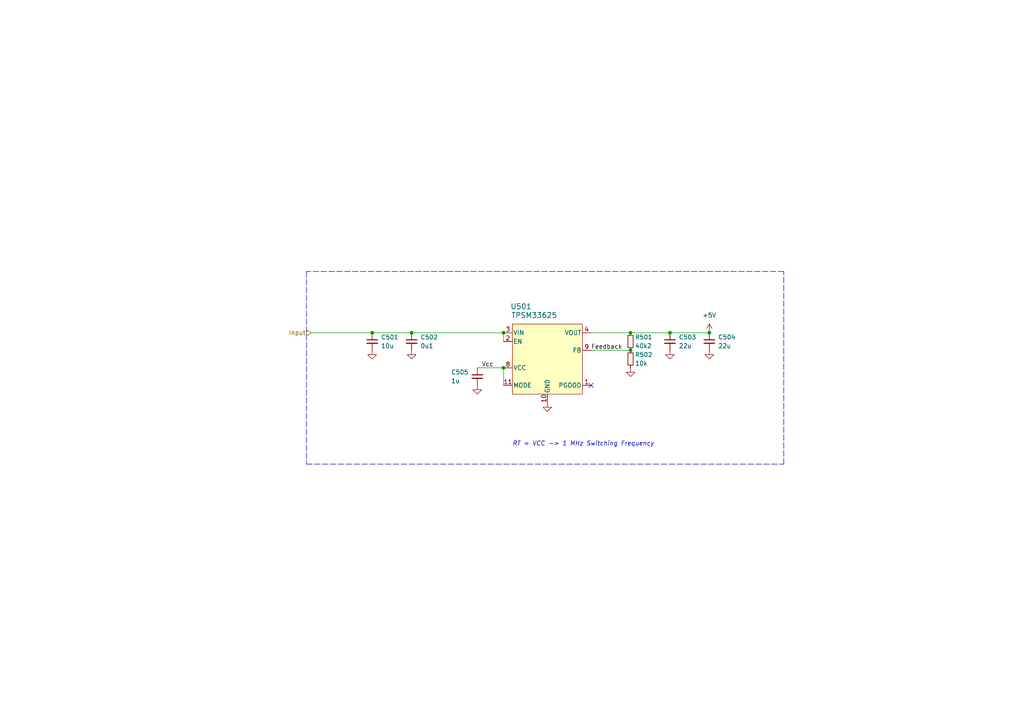
<source format=kicad_sch>
(kicad_sch (version 20250114) (generator "eeschema") (generator_version "9.0")
  (paper "A4")
  (title_block (title "Power Supply") (date "2026-02-11") (rev "2026-02-11") (company "+5V"))
  (lib_symbols
    (symbol "V2_Converter_DCDC:TPSM33625RDNR" (pin_names (offset 0.254))
      (property "Reference" "U" (at -11.43 15.24 0))
      (property "Value" "TPSM33625" (at -11.43 12.7 0))
      (symbol "TPSM33625RDNR_0_1"
        (rectangle (start -10.16 10.16) (end 10.16 -10.16) (fill (type background)))
      )
      (symbol "TPSM33625RDNR_1_1"
        (pin power_in line (at -12.7 7.62 0) (length 2.54) (name "VIN") (number "3"))
        (pin input line (at -12.7 5.08 0) (length 2.54) (name "EN") (number "2"))
        (pin output line (at -12.7 -2.54 0) (length 2.54) (name "VCC") (number "8"))
        (pin input line (at -12.7 -7.62 0) (length 2.54) (name "MODE") (number "11"))
        (pin power_in line (at 0 -12.7 90) (length 2.54) (name "GND") (number "10"))
        (pin no_connect line (at 0 -27.94 180) (length 2.54) (hide yes) (name "BOOT") (number "7"))
        (pin no_connect line (at 0 -30.48 180) (length 2.54) (hide yes) (name "SW") (number "5"))
        (pin no_connect line (at 0 -33.02 180) (length 2.54) (hide yes) (name "SW") (number "6"))
        (pin power_out line (at 12.7 7.62 180) (length 2.54) (name "VOUT") (number "4"))
        (pin input line (at 12.7 2.54 180) (length 2.54) (name "FB") (number "9"))
        (pin output line (at 12.7 -7.62 180) (length 2.54) (name "PGOOD") (number "1"))
      )
    )
    (symbol "V2_Device:C_0603_0u1" (pin_numbers (hide yes)) (pin_names (offset 0.254) (hide yes))
      (property "Reference" "C" (at 1.778 1.524 0))
      (property "Value" "0u1" (at 1.778 -2.032 0))
      (symbol "C_0603_0u1_0_1"
        (polyline (pts (xy -1.524 0.508) (xy 1.524 0.508)) (stroke (width 0.3048)))
        (polyline (pts (xy -1.524 -0.508) (xy 1.524 -0.508)) (stroke (width 0.3302)))
      )
      (symbol "C_0603_0u1_1_1"
        (pin passive line (at 0 2.54 270) (length 2.032) (name "~") (number "1"))
        (pin passive line (at 0 -2.54 90) (length 2.032) (name "~") (number "2"))
      )
    )
    (symbol "V2_Device:C_0603_1u" (pin_numbers (hide yes)) (pin_names (offset 0.254) (hide yes))
      (property "Reference" "C" (at 1.524 1.778 0))
      (property "Value" "1u" (at 1.524 -2.032 0))
      (symbol "C_0603_1u_0_1"
        (polyline (pts (xy -1.524 0.508) (xy 1.524 0.508)) (stroke (width 0.3048)))
        (polyline (pts (xy -1.524 -0.508) (xy 1.524 -0.508)) (stroke (width 0.3302)))
      )
      (symbol "C_0603_1u_1_1"
        (pin passive line (at 0 2.54 270) (length 2.032) (name "~") (number "1"))
        (pin passive line (at 0 -2.54 90) (length 2.032) (name "~") (number "2"))
      )
    )
    (symbol "V2_Device:C_1210_10u" (pin_numbers (hide yes)) (pin_names (offset 0.254) (hide yes))
      (property "Reference" "C" (at 1.524 1.778 0))
      (property "Value" "10u" (at 1.524 -2.032 0))
      (symbol "C_1210_10u_0_1"
        (polyline (pts (xy -1.524 0.508) (xy 1.524 0.508)) (stroke (width 0.3048)))
        (polyline (pts (xy -1.524 -0.508) (xy 1.524 -0.508)) (stroke (width 0.3302)))
      )
      (symbol "C_1210_10u_1_1"
        (pin passive line (at 0 2.54 270) (length 2.032) (name "~") (number "1"))
        (pin passive line (at 0 -2.54 90) (length 2.032) (name "~") (number "2"))
      )
    )
    (symbol "V2_Device:C_1210_22u" (pin_numbers (hide yes)) (pin_names (offset 0.254) (hide yes))
      (property "Reference" "C" (at 1.524 1.778 0))
      (property "Value" "22u" (at 1.524 -2.032 0))
      (symbol "C_1210_22u_0_1"
        (polyline (pts (xy -1.524 0.508) (xy 1.524 0.508)) (stroke (width 0.3048)))
        (polyline (pts (xy -1.524 -0.508) (xy 1.524 -0.508)) (stroke (width 0.3302)))
      )
      (symbol "C_1210_22u_1_1"
        (pin passive line (at 0 2.54 270) (length 2.032) (name "~") (number "1"))
        (pin passive line (at 0 -2.54 90) (length 2.032) (name "~") (number "2"))
      )
    )
    (symbol "V2_Device:R_0603_10k" (pin_numbers (hide yes)) (pin_names (offset 0.254) (hide yes))
      (property "Reference" "R" (at 2.032 1.27 0))
      (property "Value" "10k" (at 3.302 -1.27 0))
      (symbol "R_0603_10k_0_1"
        (rectangle (start -0.762 1.778) (end 0.762 -1.778) (stroke (width 0.2032)))
      )
      (symbol "R_0603_10k_1_1"
        (pin passive line (at 0 2.54 270) (length 0.762) (name "~") (number "1"))
        (pin passive line (at 0 -2.54 90) (length 0.762) (name "~") (number "2"))
      )
    )
    (symbol "V2_Device:R_0603_40k2" (pin_numbers (hide yes)) (pin_names (offset 0.254) (hide yes))
      (property "Reference" "R" (at 2.032 1.27 0))
      (property "Value" "40k2" (at 3.81 -1.27 0))
      (symbol "R_0603_40k2_0_1"
        (rectangle (start -0.762 1.778) (end 0.762 -1.778) (stroke (width 0.2032)))
      )
      (symbol "R_0603_40k2_1_1"
        (pin passive line (at 0 2.54 270) (length 0.762) (name "~") (number "1"))
        (pin passive line (at 0 -2.54 90) (length 0.762) (name "~") (number "2"))
      )
    )
    (symbol "V2_power:+5V" (power) (pin_numbers (hide yes)) (pin_names (offset 0) (hide yes))
      (property "Value" "+5V" (at 0 5.08 0))
      (symbol "+5V_0_1"
        (polyline (pts (xy -0.762 1.27) (xy 0 2.54)))
        (polyline (pts (xy 0 2.54) (xy 0.762 1.27)))
        (polyline (pts (xy 0 0) (xy 0 2.54)))
      )
      (symbol "+5V_1_1"
        (pin power_in line (at 0 0 90) (length 0) (name "~") (number "1"))
      )
    )
    (symbol "V2_power:GND" (power) (pin_numbers (hide yes)) (pin_names (offset 0) (hide yes))
      (symbol "GND_0_1"
        (polyline (pts (xy 0 0) (xy 0 -1.27) (xy 1.27 -1.27) (xy 0 -2.54) (xy -1.27 -1.27) (xy 0 -1.27)))
      )
      (symbol "GND_1_1"
        (pin power_in line (at 0 0 270) (length 0) (name "~") (number "1"))
      )
    )
  )
  (text "RT = VCC -> 1 MHz Switching Frequency" (at 148.59 129.54 0) (effects (font (size 1.27 1.27) (italic yes)) (justify left bottom)))
  (junction (at 119.38 96.52))
  (junction (at 182.88 101.6))
  (junction (at 194.31 96.52))
  (junction (at 146.05 96.52))
  (junction (at 205.74 96.52))
  (junction (at 146.05 106.68))
  (junction (at 182.88 96.52))
  (junction (at 107.95 96.52))
  (no_connect (at 171.45 111.76))
  (polyline (pts (xy 88.9 134.62) (xy 227.33 134.62)) (stroke (width 0) (type dash)))
  (wire (pts (xy 182.88 96.52) (xy 194.31 96.52)))
  (wire (pts (xy 90.17 96.52) (xy 107.95 96.52)))
  (polyline (pts (xy 227.33 134.62) (xy 227.33 78.74)) (stroke (width 0) (type dash)))
  (polyline (pts (xy 88.9 78.74) (xy 88.9 134.62)) (stroke (width 0) (type dash)))
  (wire (pts (xy 146.05 106.68) (xy 146.05 111.76)))
  (wire (pts (xy 138.43 106.68) (xy 146.05 106.68)))
  (wire (pts (xy 119.38 96.52) (xy 146.05 96.52)))
  (polyline (pts (xy 227.33 78.74) (xy 88.9 78.74)) (stroke (width 0) (type dash)))
  (wire (pts (xy 107.95 96.52) (xy 119.38 96.52)))
  (wire (pts (xy 171.45 101.6) (xy 182.88 101.6)))
  (wire (pts (xy 194.31 96.52) (xy 205.74 96.52)))
  (wire (pts (xy 171.45 96.52) (xy 182.88 96.52)))
  (wire (pts (xy 146.05 96.52) (xy 146.05 99.06)))
  (label "Feedback" (at 171.45 101.6 0))
  (label "Vcc" (at 139.7 106.68 0))
  (hierarchical_label "Input" (shape input) (at 90.17 96.52 180))
  (symbol (lib_id "V2_power:GND") (at 194.31 101.6 0) (unit 1)
    (property "Reference" "#PWR0504" (effects (hide yes)))
    (property "Value" "GND" (effects (hide yes)))
  )
  (symbol (lib_id "V2_power:GND") (at 138.43 111.76 0) (unit 1)
    (property "Reference" "#PWR0507" (effects (hide yes)))
    (property "Value" "GND" (effects (hide yes)))
  )
  (symbol (lib_id "V2_Device:R_0603_10k") (at 182.88 104.14 0) (unit 1)
    (property "Reference" "R502" (at 184.15 102.87 0) (effects (justify left)))
    (property "Value" "10k" (at 184.15 105.41 0) (effects (justify left)))
    (property "Footprint" "V2_Resistor_SMD:R_0603" (effects (hide yes)))
    (property "Description" "Resistor, small symbol" (effects (hide yes)))
    (property "Mouser" "71-CRCW060310K0FKEAC" (effects (hide yes)))
    (property "Product" "CRCW060310K0FKEAC" (effects (hide yes)))
    (property "Manufacturer" "Vishay" (effects (hide yes)))
    (property "Rating" "100mW" (effects (hide yes)))
  )
  (symbol (lib_id "V2_Converter_DCDC:TPSM33625RDNR") (at 158.75 104.14 0) (unit 1)
    (property "Reference" "U501" (at 151.13 88.9 0) (effects (font (size 1.524 1.524))))
    (property "Value" "TPSM33625" (at 154.94 91.44 0) (effects (font (size 1.524 1.524))))
    (property "Footprint" "V2_Converter_DCDC:QFN-11" (effects (hide yes)))
    (property "Mouser" "595-TPSM33625RDNR" (effects (hide yes)))
    (property "Manufacturer" "Texas Instruments" (effects (hide yes)))
    (property "Product" "TPSM33625RDNR" (effects (hide yes)))
    (property "Rating" "2.5A" (effects (hide yes)))
  )
  (symbol (lib_id "V2_Device:R_0603_40k2") (at 182.88 99.06 0) (unit 1)
    (property "Reference" "R501" (at 184.15 97.79 0) (effects (justify left)))
    (property "Value" "40k2" (at 184.15 100.33 0) (effects (justify left)))
    (property "Footprint" "V2_Resistor_SMD:R_0603" (effects (hide yes)))
    (property "Description" "Resistor, small symbol" (effects (hide yes)))
    (property "Mouser" "71-RCS060340K2FKEA" (effects (hide yes)))
    (property "Rating" "500mW" (effects (hide yes)))
    (property "Manufacturer" "Vishay" (effects (hide yes)))
    (property "Product" "RCS060340K2FKEA" (effects (hide yes)))
  )
  (symbol (lib_id "V2_power:GND") (at 182.88 106.68 0) (unit 1)
    (property "Reference" "#PWR0506" (effects (hide yes)))
    (property "Value" "GND" (effects (hide yes)))
  )
  (symbol (lib_id "V2_power:GND") (at 119.38 101.6 0) (unit 1)
    (property "Reference" "#PWR0503" (effects (hide yes)))
    (property "Value" "GND" (effects (hide yes)))
  )
  (symbol (lib_id "V2_Device:C_1210_10u") (at 107.95 99.06 0) (unit 1)
    (property "Reference" "C501" (at 110.49 97.79 0) (effects (justify left)))
    (property "Value" "10u" (at 110.49 100.33 0) (effects (justify left)))
    (property "Footprint" "V2_Capacitor_SMD:C_1210" (effects (hide yes)))
    (property "Description" "Unpolarized capacitor, small symbol" (effects (hide yes)))
    (property "Mouser" "810-CNA6P1X7R1H106K2" (effects (hide yes)))
    (property "Rating" "50V" (effects (hide yes)))
    (property "Product" "CNA6P1X7R1H106K250AE" (effects (hide yes)))
    (property "Manufacturer" "TDK" (effects (hide yes)))
  )
  (symbol (lib_id "V2_Device:C_0603_1u") (at 138.43 109.22 0) (unit 1)
    (property "Reference" "C505" (at 130.81 107.95 0) (effects (justify left)))
    (property "Value" "1u" (at 130.81 110.49 0) (effects (justify left)))
    (property "Footprint" "V2_Capacitor_SMD:C_0603" (effects (hide yes)))
    (property "Description" "Unpolarized capacitor, small symbol" (effects (hide yes)))
    (property "Mouser" "810-CGA3E3X7R1H105K0" (effects (hide yes)))
    (property "Product" "CGA3E3X7R1H105K080AB" (effects (hide yes)))
    (property "Manufacturer" "TDK" (effects (hide yes)))
    (property "Rating" "50V" (effects (hide yes)))
  )
  (symbol (lib_id "V2_Device:C_1210_22u") (at 194.31 99.06 0) (unit 1)
    (property "Reference" "C503" (at 196.85 97.79 0) (effects (justify left)))
    (property "Value" "22u" (at 196.85 100.33 0) (effects (justify left)))
    (property "Footprint" "V2_Capacitor_SMD:C_1210" (effects (hide yes)))
    (property "Description" "Unpolarized capacitor, small symbol" (effects (hide yes)))
    (property "Mouser" "810-CGA6P3X7R1E226M5" (effects (hide yes)))
    (property "Rating" "25V" (effects (hide yes)))
    (property "Product" "CGA6P3X7R1E226M250AE" (effects (hide yes)))
    (property "Manufacturer" "TDK" (effects (hide yes)))
  )
  (symbol (lib_id "V2_Device:C_0603_0u1") (at 119.38 99.06 0) (unit 1)
    (property "Reference" "C502" (at 121.92 97.79 0) (effects (justify left)))
    (property "Value" "0u1" (at 121.92 100.33 0) (effects (justify left)))
    (property "Footprint" "V2_Capacitor_SMD:C_0603" (effects (hide yes)))
    (property "Description" "Unpolarized capacitor, small symbol" (effects (hide yes)))
    (property "Mouser" "810-CGA3E2X7R1H104MA" (effects (hide yes)))
    (property "Manufacturer" "TDK" (effects (hide yes)))
    (property "Product" "CGA3E2X7R1H104M080AA" (effects (hide yes)))
    (property "Rating" "50V" (effects (hide yes)))
  )
  (symbol (lib_id "V2_power:GND") (at 107.95 101.6 0) (unit 1)
    (property "Reference" "#PWR0502" (effects (hide yes)))
    (property "Value" "GND" (effects (hide yes)))
  )
  (symbol (lib_id "V2_power:GND") (at 205.74 101.6 0) (unit 1)
    (property "Reference" "#PWR0505" (effects (hide yes)))
    (property "Value" "GND" (effects (hide yes)))
  )
  (symbol (lib_id "V2_power:+5V") (at 205.74 96.52 0) (unit 1)
    (property "Reference" "#PWR0501" (effects (hide yes)))
    (property "Value" "+5V" (at 205.74 91.44 0))
  )
  (symbol (lib_id "V2_power:GND") (at 158.75 116.84 0) (unit 1)
    (property "Reference" "#PWR0508" (effects (hide yes)))
    (property "Value" "GND" (effects (hide yes)))
  )
  (symbol (lib_id "V2_Device:C_1210_22u") (at 205.74 99.06 0) (unit 1)
    (property "Reference" "C504" (at 208.28 97.79 0) (effects (justify left)))
    (property "Value" "22u" (at 208.28 100.33 0) (effects (justify left)))
    (property "Footprint" "V2_Capacitor_SMD:C_1210" (effects (hide yes)))
    (property "Description" "Unpolarized capacitor, small symbol" (effects (hide yes)))
    (property "Mouser" "810-CGA6P3X7R1E226M5" (effects (hide yes)))
    (property "Rating" "25V" (effects (hide yes)))
    (property "Product" "CGA6P3X7R1E226M250AE" (effects (hide yes)))
    (property "Manufacturer" "TDK" (effects (hide yes)))
  )
)
</source>
